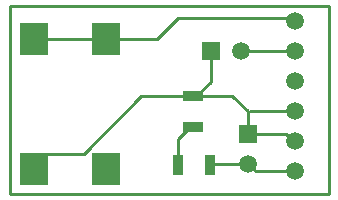
<source format=gtl>
G04*
G04 #@! TF.GenerationSoftware,Altium Limited,Altium Designer,23.1.1 (15)*
G04*
G04 Layer_Physical_Order=1*
G04 Layer_Color=255*
%FSLAX44Y44*%
%MOMM*%
G71*
G04*
G04 #@! TF.SameCoordinates,F08BC5B5-0EC8-43BF-A111-79A505F471D5*
G04*
G04*
G04 #@! TF.FilePolarity,Positive*
G04*
G01*
G75*
%ADD10C,1.5000*%
%ADD11R,0.9561X1.6582*%
%ADD12R,1.6582X0.9561*%
%ADD13R,2.4000X2.8000*%
%ADD14C,0.2540*%
%ADD15R,1.5000X1.5000*%
%ADD16R,1.5000X1.5000*%
D10*
X241300Y95250D02*
D03*
Y44450D02*
D03*
Y69850D02*
D03*
Y120650D02*
D03*
Y146050D02*
D03*
Y19050D02*
D03*
X195580Y120650D02*
D03*
X201930Y25400D02*
D03*
D11*
X169471Y24130D02*
D03*
X142949D02*
D03*
D12*
X154940Y56589D02*
D03*
Y83111D02*
D03*
D13*
X20450Y131200D02*
D03*
X81450D02*
D03*
X20450Y21200D02*
D03*
X81450D02*
D03*
D14*
X0Y0D02*
X270510D01*
X0Y158750D02*
X270510D01*
Y0D02*
Y158750D01*
X0Y0D02*
Y158750D01*
X157890Y83111D02*
X188669D01*
X201930Y69850D01*
X154940Y82550D02*
X157890D01*
X170180Y94840D01*
X62792Y33930D02*
X111412Y82550D01*
X154379D02*
X154940Y83111D01*
X111412Y82550D02*
X154379D01*
X142949Y46429D02*
X153670Y57150D01*
X142949Y24130D02*
Y46429D01*
X170180Y25400D02*
X201930D01*
X208280Y19050D01*
X241300D01*
X233680Y50800D02*
X240030Y44450D01*
X201930Y50800D02*
X233680D01*
X203200Y69850D02*
X241300D01*
X201930Y50800D02*
Y69850D01*
X170180Y94840D02*
Y120650D01*
X15240Y20320D02*
X28850Y33930D01*
X62792D01*
X241300Y120650D02*
X242570D01*
X195580D02*
X241300D01*
X242570D02*
X243840Y119380D01*
X240030Y148590D02*
X242570Y146050D01*
X142240Y148590D02*
X240030D01*
X124850Y131200D02*
X142240Y148590D01*
X81450Y131200D02*
X124850D01*
X20840Y130810D02*
X81280D01*
X20450Y131200D02*
X20840Y130810D01*
D15*
X170180Y120650D02*
D03*
D16*
X201930Y50800D02*
D03*
M02*

</source>
